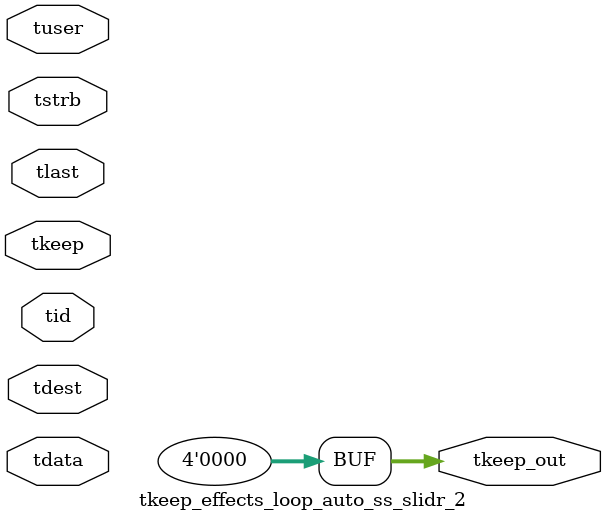
<source format=v>


`timescale 1ps/1ps

module tkeep_effects_loop_auto_ss_slidr_2 #
(
parameter C_S_AXIS_TDATA_WIDTH = 32,
parameter C_S_AXIS_TUSER_WIDTH = 0,
parameter C_S_AXIS_TID_WIDTH   = 0,
parameter C_S_AXIS_TDEST_WIDTH = 0,
parameter C_M_AXIS_TDATA_WIDTH = 32
)
(
input  [(C_S_AXIS_TDATA_WIDTH == 0 ? 1 : C_S_AXIS_TDATA_WIDTH)-1:0     ] tdata,
input  [(C_S_AXIS_TUSER_WIDTH == 0 ? 1 : C_S_AXIS_TUSER_WIDTH)-1:0     ] tuser,
input  [(C_S_AXIS_TID_WIDTH   == 0 ? 1 : C_S_AXIS_TID_WIDTH)-1:0       ] tid,
input  [(C_S_AXIS_TDEST_WIDTH == 0 ? 1 : C_S_AXIS_TDEST_WIDTH)-1:0     ] tdest,
input  [(C_S_AXIS_TDATA_WIDTH/8)-1:0 ] tkeep,
input  [(C_S_AXIS_TDATA_WIDTH/8)-1:0 ] tstrb,
input                                                                    tlast,
output [(C_M_AXIS_TDATA_WIDTH/8)-1:0 ] tkeep_out
);

assign tkeep_out = {1'b0};

endmodule


</source>
